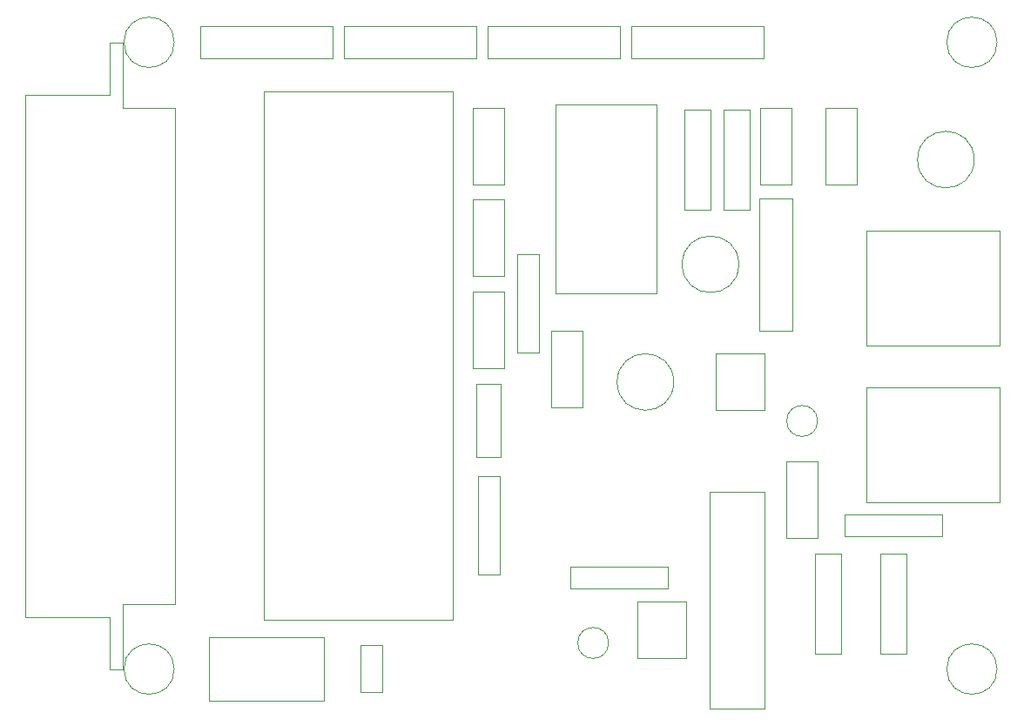
<source format=gbr>
%TF.GenerationSoftware,KiCad,Pcbnew,5.1.6-c6e7f7d~86~ubuntu18.04.1*%
%TF.CreationDate,2020-07-06T10:23:21+02:00*%
%TF.ProjectId,ICL7107,49434c37-3130-4372-9e6b-696361645f70,1.5*%
%TF.SameCoordinates,PX525bfc0PY7a53eb0*%
%TF.FileFunction,Other,User*%
%FSLAX46Y46*%
G04 Gerber Fmt 4.6, Leading zero omitted, Abs format (unit mm)*
G04 Created by KiCad (PCBNEW 5.1.6-c6e7f7d~86~ubuntu18.04.1) date 2020-07-06 10:23:21*
%MOMM*%
%LPD*%
G01*
G04 APERTURE LIST*
%ADD10C,0.050000*%
%ADD11C,0.120000*%
G04 APERTURE END LIST*
D10*
%TO.C,D2*%
X72370000Y5300000D02*
X72370000Y15020000D01*
X69870000Y5300000D02*
X72370000Y5300000D01*
X69870000Y15020000D02*
X69870000Y5300000D01*
X72370000Y15020000D02*
X69870000Y15020000D01*
%TO.C,D1*%
X76220000Y15020000D02*
X76220000Y5300000D01*
X78720000Y15020000D02*
X76220000Y15020000D01*
X78720000Y5300000D02*
X78720000Y15020000D01*
X76220000Y5300000D02*
X78720000Y5300000D01*
D11*
%TO.C,D3*%
X2540000Y64770000D02*
X1270000Y64770000D01*
X2540000Y58420000D02*
X2540000Y64770000D01*
X2540000Y3810000D02*
X1270000Y3810000D01*
X2540000Y10160000D02*
X2540000Y3810000D01*
X7620000Y58420000D02*
X7620000Y10160000D01*
X7620000Y10160000D02*
X2540000Y10160000D01*
X7620000Y58420000D02*
X2540000Y58420000D01*
X1270000Y3810000D02*
X1270000Y8890000D01*
X1270000Y8890000D02*
X-6350000Y8890000D01*
X-6350000Y59690000D02*
X1270000Y59690000D01*
X1270000Y59690000D02*
X1270000Y64770000D01*
X-6350000Y59690000D02*
X-6985000Y59690000D01*
X-6985000Y59690000D02*
X-6985000Y8890000D01*
X-6985000Y8890000D02*
X-6350000Y8890000D01*
D10*
%TO.C,R5*%
X27720000Y6130000D02*
X25620000Y6130000D01*
X25620000Y6130000D02*
X25620000Y1590000D01*
X25620000Y1590000D02*
X27720000Y1590000D01*
X27720000Y1590000D02*
X27720000Y6130000D01*
%TO.C,C1*%
X39300000Y24430000D02*
X39300000Y31530000D01*
X36900000Y24430000D02*
X39300000Y24430000D01*
X36900000Y31530000D02*
X36900000Y24430000D01*
X39300000Y31530000D02*
X36900000Y31530000D01*
%TO.C,C2*%
X39600000Y49510000D02*
X36600000Y49510000D01*
X36600000Y49510000D02*
X36600000Y42010000D01*
X36600000Y42010000D02*
X39600000Y42010000D01*
X39600000Y42010000D02*
X39600000Y49510000D01*
%TO.C,C3*%
X67080000Y24030000D02*
X67080000Y16530000D01*
X70080000Y24030000D02*
X67080000Y24030000D01*
X70080000Y16530000D02*
X70080000Y24030000D01*
X67080000Y16530000D02*
X70080000Y16530000D01*
%TO.C,C4*%
X39600000Y50900000D02*
X39600000Y58400000D01*
X36600000Y50900000D02*
X39600000Y50900000D01*
X36600000Y58400000D02*
X36600000Y50900000D01*
X39600000Y58400000D02*
X36600000Y58400000D01*
%TO.C,C5*%
X36600000Y40540000D02*
X36600000Y33040000D01*
X39600000Y40540000D02*
X36600000Y40540000D01*
X39600000Y33040000D02*
X39600000Y40540000D01*
X36600000Y33040000D02*
X39600000Y33040000D01*
%TO.C,C6*%
X85300000Y53360000D02*
G75*
G03*
X85300000Y53360000I-2750000J0D01*
G01*
%TO.C,C7*%
X73890000Y50900000D02*
X73890000Y58400000D01*
X70890000Y50900000D02*
X73890000Y50900000D01*
X70890000Y58400000D02*
X70890000Y50900000D01*
X73890000Y58400000D02*
X70890000Y58400000D01*
%TO.C,C8*%
X56090000Y31730000D02*
G75*
G03*
X56090000Y31730000I-2750000J0D01*
G01*
%TO.C,C9*%
X44220000Y29230000D02*
X47220000Y29230000D01*
X47220000Y29230000D02*
X47220000Y36730000D01*
X47220000Y36730000D02*
X44220000Y36730000D01*
X44220000Y36730000D02*
X44220000Y29230000D01*
%TO.C,C10*%
X67540000Y58400000D02*
X64540000Y58400000D01*
X64540000Y58400000D02*
X64540000Y50900000D01*
X64540000Y50900000D02*
X67540000Y50900000D01*
X67540000Y50900000D02*
X67540000Y58400000D01*
%TO.C,C11*%
X62420000Y43180000D02*
G75*
G03*
X62420000Y43180000I-2750000J0D01*
G01*
%TO.C,D4*%
X67640000Y49610000D02*
X64440000Y49610000D01*
X64440000Y49610000D02*
X64440000Y36750000D01*
X64440000Y36750000D02*
X67640000Y36750000D01*
X67640000Y36750000D02*
X67640000Y49610000D01*
%TO.C,D5*%
X10080000Y66370000D02*
X10080000Y63170000D01*
X10080000Y63170000D02*
X22940000Y63170000D01*
X22940000Y63170000D02*
X22940000Y66370000D01*
X22940000Y66370000D02*
X10080000Y66370000D01*
%TO.C,D6*%
X36910000Y66370000D02*
X24050000Y66370000D01*
X36910000Y63170000D02*
X36910000Y66370000D01*
X24050000Y63170000D02*
X36910000Y63170000D01*
X24050000Y66370000D02*
X24050000Y63170000D01*
%TO.C,D7*%
X50880000Y66370000D02*
X38020000Y66370000D01*
X50880000Y63170000D02*
X50880000Y66370000D01*
X38020000Y63170000D02*
X50880000Y63170000D01*
X38020000Y66370000D02*
X38020000Y63170000D01*
%TO.C,D8*%
X64850000Y66370000D02*
X51990000Y66370000D01*
X64850000Y63170000D02*
X64850000Y66370000D01*
X51990000Y63170000D02*
X64850000Y63170000D01*
X51990000Y66370000D02*
X51990000Y63170000D01*
%TO.C,D9*%
X57170000Y48480000D02*
X59670000Y48480000D01*
X59670000Y48480000D02*
X59670000Y58200000D01*
X59670000Y58200000D02*
X57170000Y58200000D01*
X57170000Y58200000D02*
X57170000Y48480000D01*
%TO.C,D10*%
X63480000Y48480000D02*
X63480000Y58200000D01*
X60980000Y48480000D02*
X63480000Y48480000D01*
X60980000Y58200000D02*
X60980000Y48480000D01*
X63480000Y58200000D02*
X60980000Y58200000D01*
%TO.C,J1*%
X87750000Y46460000D02*
X87750000Y35270000D01*
X87750000Y46460000D02*
X74810000Y46460000D01*
X74810000Y35270000D02*
X87750000Y35270000D01*
X74810000Y35270000D02*
X74810000Y46460000D01*
%TO.C,J2*%
X22120000Y730000D02*
X22120000Y6880000D01*
X10920000Y730000D02*
X22120000Y730000D01*
X10920000Y6880000D02*
X10920000Y730000D01*
X22120000Y6880000D02*
X10920000Y6880000D01*
%TO.C,J3*%
X74810000Y20030000D02*
X74810000Y31220000D01*
X74810000Y20030000D02*
X87750000Y20030000D01*
X87750000Y31220000D02*
X74810000Y31220000D01*
X87750000Y31220000D02*
X87750000Y20030000D01*
%TO.C,M1*%
X7530000Y64770000D02*
G75*
G03*
X7530000Y64770000I-2450000J0D01*
G01*
%TO.C,M2*%
X87540000Y64770000D02*
G75*
G03*
X87540000Y64770000I-2450000J0D01*
G01*
%TO.C,M3*%
X87540000Y3810000D02*
G75*
G03*
X87540000Y3810000I-2450000J0D01*
G01*
%TO.C,M4*%
X7530000Y3810000D02*
G75*
G03*
X7530000Y3810000I-2450000J0D01*
G01*
%TO.C,R2*%
X46040000Y11650000D02*
X55560000Y11650000D01*
X46040000Y13750000D02*
X46040000Y11650000D01*
X55560000Y13750000D02*
X46040000Y13750000D01*
X55560000Y11650000D02*
X55560000Y13750000D01*
%TO.C,R1*%
X82230000Y18830000D02*
X72710000Y18830000D01*
X82230000Y16730000D02*
X82230000Y18830000D01*
X72710000Y16730000D02*
X82230000Y16730000D01*
X72710000Y18830000D02*
X72710000Y16730000D01*
%TO.C,R3*%
X39150000Y13020000D02*
X39150000Y22540000D01*
X37050000Y13020000D02*
X39150000Y13020000D01*
X37050000Y22540000D02*
X37050000Y13020000D01*
X39150000Y22540000D02*
X37050000Y22540000D01*
%TO.C,R4*%
X40860000Y34610000D02*
X42960000Y34610000D01*
X42960000Y34610000D02*
X42960000Y44130000D01*
X42960000Y44130000D02*
X40860000Y44130000D01*
X40860000Y44130000D02*
X40860000Y34610000D01*
%TO.C,RV1*%
X59550000Y21030000D02*
X59550000Y-20000D01*
X64900000Y21030000D02*
X59550000Y21030000D01*
X64900000Y-20000D02*
X64900000Y21030000D01*
X59550000Y-20000D02*
X64900000Y-20000D01*
%TO.C,TP1*%
X49760000Y6350000D02*
G75*
G03*
X49760000Y6350000I-1500000J0D01*
G01*
%TO.C,TP2*%
X70080000Y27940000D02*
G75*
G03*
X70080000Y27940000I-1500000J0D01*
G01*
%TO.C,U1*%
X52600000Y4890000D02*
X52600000Y10350000D01*
X52600000Y4890000D02*
X57340000Y4890000D01*
X57340000Y10350000D02*
X52600000Y10350000D01*
X57340000Y10350000D02*
X57340000Y4890000D01*
%TO.C,U2*%
X16220000Y8560000D02*
X34570000Y8560000D01*
X16220000Y60010000D02*
X16220000Y8560000D01*
X34570000Y60010000D02*
X16220000Y60010000D01*
X34570000Y8560000D02*
X34570000Y60010000D01*
%TO.C,U3*%
X64960000Y34480000D02*
X64960000Y29020000D01*
X64960000Y34480000D02*
X60220000Y34480000D01*
X60220000Y29020000D02*
X64960000Y29020000D01*
X60220000Y29020000D02*
X60220000Y34480000D01*
%TO.C,U4*%
X54420000Y58700000D02*
X44620000Y58700000D01*
X54420000Y40350000D02*
X54420000Y58700000D01*
X44620000Y40350000D02*
X54420000Y40350000D01*
X44620000Y58700000D02*
X44620000Y40350000D01*
%TD*%
M02*

</source>
